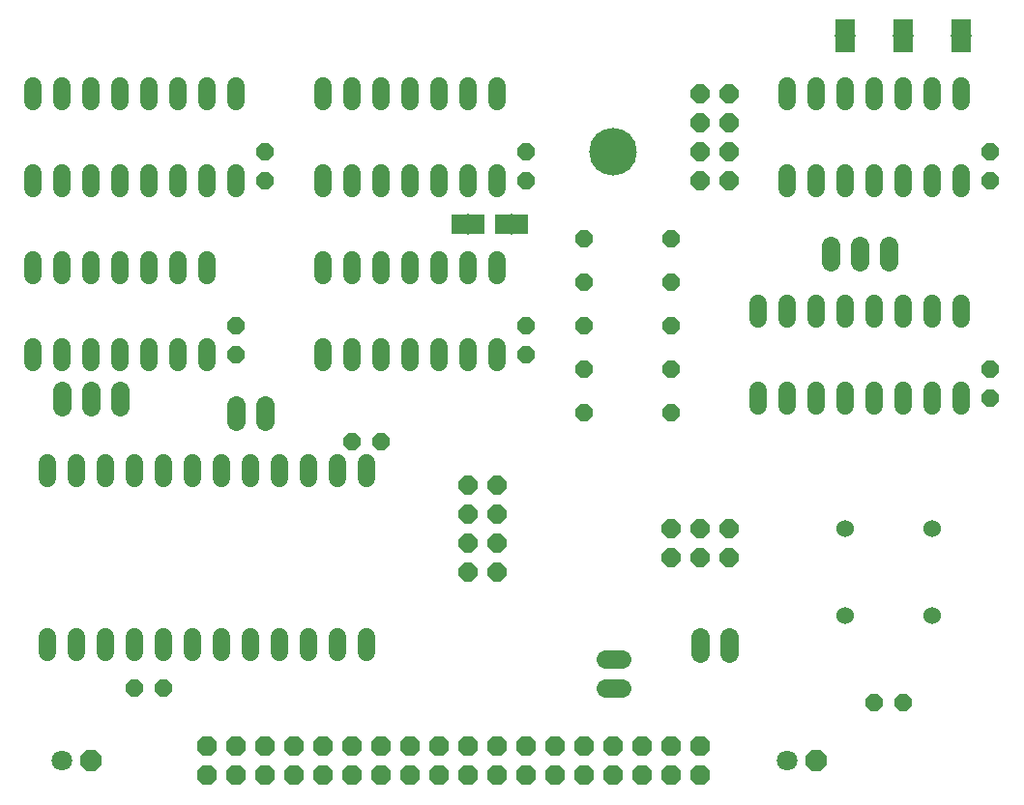
<source format=gbs>
G04 EAGLE Gerber RS-274X export*
G75*
%MOMM*%
%FSLAX34Y34*%
%LPD*%
%INSoldermask Bottom*%
%IPPOS*%
%AMOC8*
5,1,8,0,0,1.08239X$1,22.5*%
G01*
%ADD10P,1.649562X8X112.500000*%
%ADD11C,4.165600*%
%ADD12P,1.869504X8X202.500000*%
%ADD13C,1.625600*%
%ADD14C,1.524000*%
%ADD15P,1.759533X8X112.500000*%
%ADD16P,1.649562X8X22.500000*%
%ADD17P,1.649562X8X202.500000*%
%ADD18P,1.759533X8X22.500000*%
%ADD19C,1.524000*%
%ADD20P,1.951982X8X22.500000*%
%ADD21C,1.803400*%
%ADD22R,1.371600X1.803400*%
%ADD23R,0.152400X1.828800*%
%ADD24R,1.803400X1.371600*%
%ADD25R,1.828800X0.152400*%


D10*
X228600Y406400D03*
X228600Y431800D03*
X482600Y406400D03*
X482600Y431800D03*
X482600Y558800D03*
X482600Y584200D03*
X889000Y558800D03*
X889000Y584200D03*
X254000Y558800D03*
X254000Y584200D03*
D11*
X558800Y584200D03*
D12*
X635000Y63500D03*
X609600Y63500D03*
X584200Y63500D03*
X558800Y63500D03*
X533400Y63500D03*
X508000Y63500D03*
X635000Y38100D03*
X609600Y38100D03*
X584200Y38100D03*
X558800Y38100D03*
X533400Y38100D03*
X508000Y38100D03*
X482600Y63500D03*
X482600Y38100D03*
X457200Y63500D03*
X431800Y63500D03*
X406400Y63500D03*
X381000Y63500D03*
X355600Y63500D03*
X330200Y63500D03*
X457200Y38100D03*
X431800Y38100D03*
X406400Y38100D03*
X381000Y38100D03*
X355600Y38100D03*
X330200Y38100D03*
X304800Y63500D03*
X304800Y38100D03*
X279400Y63500D03*
X254000Y63500D03*
X228600Y63500D03*
X203200Y63500D03*
X279400Y38100D03*
X254000Y38100D03*
X228600Y38100D03*
X203200Y38100D03*
D13*
X551688Y114300D02*
X565912Y114300D01*
X565912Y139700D02*
X551688Y139700D01*
D14*
X342900Y298196D02*
X342900Y311404D01*
X317500Y311404D02*
X317500Y298196D01*
X292100Y298196D02*
X292100Y311404D01*
X266700Y311404D02*
X266700Y298196D01*
X241300Y298196D02*
X241300Y311404D01*
X215900Y311404D02*
X215900Y298196D01*
X190500Y298196D02*
X190500Y311404D01*
X165100Y311404D02*
X165100Y298196D01*
X139700Y298196D02*
X139700Y311404D01*
X114300Y311404D02*
X114300Y298196D01*
X88900Y298196D02*
X88900Y311404D01*
X63500Y311404D02*
X63500Y298196D01*
X63500Y159004D02*
X63500Y145796D01*
X88900Y145796D02*
X88900Y159004D01*
X114300Y159004D02*
X114300Y145796D01*
X139700Y145796D02*
X139700Y159004D01*
X165100Y159004D02*
X165100Y145796D01*
X190500Y145796D02*
X190500Y159004D01*
X215900Y159004D02*
X215900Y145796D01*
X241300Y145796D02*
X241300Y159004D01*
X266700Y159004D02*
X266700Y145796D01*
X292100Y145796D02*
X292100Y159004D01*
X317500Y159004D02*
X317500Y145796D01*
X342900Y145796D02*
X342900Y159004D01*
D15*
X457200Y215900D03*
X431800Y215900D03*
X457200Y241300D03*
X431800Y241300D03*
X457200Y266700D03*
X431800Y266700D03*
X431800Y292100D03*
X457200Y292100D03*
D16*
X533400Y469900D03*
X609600Y469900D03*
X533400Y431800D03*
X609600Y431800D03*
D14*
X457200Y475996D02*
X457200Y489204D01*
X431800Y489204D02*
X431800Y475996D01*
X304800Y475996D02*
X304800Y489204D01*
X304800Y413004D02*
X304800Y399796D01*
X406400Y475996D02*
X406400Y489204D01*
X381000Y489204D02*
X381000Y475996D01*
X330200Y475996D02*
X330200Y489204D01*
X355600Y489204D02*
X355600Y475996D01*
X330200Y413004D02*
X330200Y399796D01*
X355600Y399796D02*
X355600Y413004D01*
X381000Y413004D02*
X381000Y399796D01*
X406400Y399796D02*
X406400Y413004D01*
X431800Y413004D02*
X431800Y399796D01*
X457200Y399796D02*
X457200Y413004D01*
X203200Y475996D02*
X203200Y489204D01*
X177800Y489204D02*
X177800Y475996D01*
X50800Y475996D02*
X50800Y489204D01*
X50800Y413004D02*
X50800Y399796D01*
X152400Y475996D02*
X152400Y489204D01*
X127000Y489204D02*
X127000Y475996D01*
X76200Y475996D02*
X76200Y489204D01*
X101600Y489204D02*
X101600Y475996D01*
X76200Y413004D02*
X76200Y399796D01*
X101600Y399796D02*
X101600Y413004D01*
X127000Y413004D02*
X127000Y399796D01*
X152400Y399796D02*
X152400Y413004D01*
X177800Y413004D02*
X177800Y399796D01*
X203200Y399796D02*
X203200Y413004D01*
X457200Y628396D02*
X457200Y641604D01*
X431800Y641604D02*
X431800Y628396D01*
X304800Y628396D02*
X304800Y641604D01*
X304800Y565404D02*
X304800Y552196D01*
X406400Y628396D02*
X406400Y641604D01*
X381000Y641604D02*
X381000Y628396D01*
X330200Y628396D02*
X330200Y641604D01*
X355600Y641604D02*
X355600Y628396D01*
X330200Y565404D02*
X330200Y552196D01*
X355600Y552196D02*
X355600Y565404D01*
X381000Y565404D02*
X381000Y552196D01*
X406400Y552196D02*
X406400Y565404D01*
X431800Y565404D02*
X431800Y552196D01*
X457200Y552196D02*
X457200Y565404D01*
D16*
X533400Y393700D03*
X609600Y393700D03*
D14*
X863600Y628396D02*
X863600Y641604D01*
X838200Y641604D02*
X838200Y628396D01*
X711200Y628396D02*
X711200Y641604D01*
X711200Y565404D02*
X711200Y552196D01*
X812800Y628396D02*
X812800Y641604D01*
X787400Y641604D02*
X787400Y628396D01*
X736600Y628396D02*
X736600Y641604D01*
X762000Y641604D02*
X762000Y628396D01*
X736600Y565404D02*
X736600Y552196D01*
X762000Y552196D02*
X762000Y565404D01*
X787400Y565404D02*
X787400Y552196D01*
X812800Y552196D02*
X812800Y565404D01*
X838200Y565404D02*
X838200Y552196D01*
X863600Y552196D02*
X863600Y565404D01*
X863600Y451104D02*
X863600Y437896D01*
X838200Y437896D02*
X838200Y451104D01*
X711200Y451104D02*
X711200Y437896D01*
X685800Y437896D02*
X685800Y451104D01*
X812800Y451104D02*
X812800Y437896D01*
X787400Y437896D02*
X787400Y451104D01*
X736600Y451104D02*
X736600Y437896D01*
X762000Y437896D02*
X762000Y451104D01*
X685800Y374904D02*
X685800Y361696D01*
X711200Y361696D02*
X711200Y374904D01*
X736600Y374904D02*
X736600Y361696D01*
X762000Y361696D02*
X762000Y374904D01*
X787400Y374904D02*
X787400Y361696D01*
X812800Y361696D02*
X812800Y374904D01*
X838200Y374904D02*
X838200Y361696D01*
X863600Y361696D02*
X863600Y374904D01*
D17*
X609600Y355600D03*
X533400Y355600D03*
D18*
X609600Y228600D03*
X609600Y254000D03*
X635000Y228600D03*
X635000Y254000D03*
X660400Y228600D03*
X660400Y254000D03*
D19*
X838200Y254000D03*
X762000Y254000D03*
X762000Y177800D03*
X838200Y177800D03*
D13*
X635000Y159512D02*
X635000Y145288D01*
X660400Y145288D02*
X660400Y159512D01*
D14*
X228600Y628396D02*
X228600Y641604D01*
X203200Y641604D02*
X203200Y628396D01*
X76200Y628396D02*
X76200Y641604D01*
X50800Y641604D02*
X50800Y628396D01*
X177800Y628396D02*
X177800Y641604D01*
X152400Y641604D02*
X152400Y628396D01*
X101600Y628396D02*
X101600Y641604D01*
X127000Y641604D02*
X127000Y628396D01*
X50800Y565404D02*
X50800Y552196D01*
X76200Y552196D02*
X76200Y565404D01*
X101600Y565404D02*
X101600Y552196D01*
X127000Y552196D02*
X127000Y565404D01*
X152400Y565404D02*
X152400Y552196D01*
X177800Y552196D02*
X177800Y565404D01*
X203200Y565404D02*
X203200Y552196D01*
X228600Y552196D02*
X228600Y565404D01*
D15*
X660400Y558800D03*
X635000Y558800D03*
X660400Y584200D03*
X635000Y584200D03*
X660400Y609600D03*
X635000Y609600D03*
X635000Y635000D03*
X660400Y635000D03*
D13*
X76200Y375412D02*
X76200Y361188D01*
X101600Y361188D02*
X101600Y375412D01*
X127000Y375412D02*
X127000Y361188D01*
X800100Y488188D02*
X800100Y502412D01*
X774700Y502412D02*
X774700Y488188D01*
X749300Y488188D02*
X749300Y502412D01*
X228600Y362712D02*
X228600Y348488D01*
X254000Y348488D02*
X254000Y362712D01*
D10*
X889000Y368300D03*
X889000Y393700D03*
D16*
X787400Y101600D03*
X812800Y101600D03*
X330200Y330200D03*
X355600Y330200D03*
X139700Y114300D03*
X165100Y114300D03*
D20*
X101600Y50800D03*
D21*
X76200Y50800D03*
D20*
X736600Y50800D03*
D21*
X711200Y50800D03*
D17*
X609600Y508000D03*
X533400Y508000D03*
D22*
X462280Y520700D03*
X477520Y520700D03*
D23*
X469900Y520700D03*
D22*
X439420Y520700D03*
X424180Y520700D03*
D23*
X431800Y520700D03*
D24*
X863600Y693420D03*
X863600Y678180D03*
D25*
X863600Y685800D03*
D24*
X812800Y693420D03*
X812800Y678180D03*
D25*
X812800Y685800D03*
D24*
X762000Y693420D03*
X762000Y678180D03*
D25*
X762000Y685800D03*
M02*

</source>
